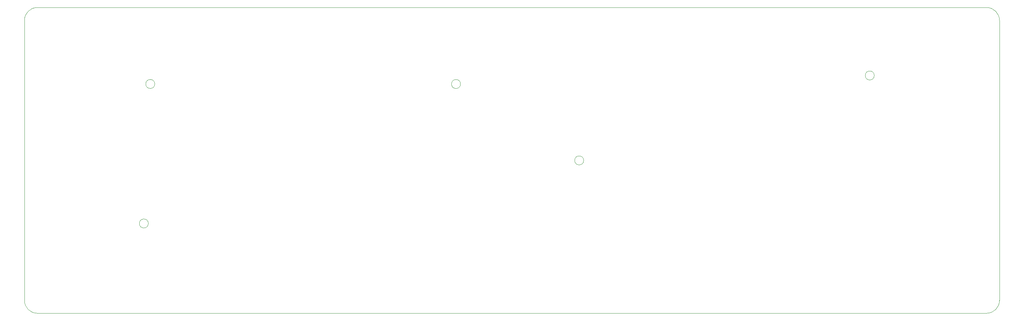
<source format=gbr>
%TF.GenerationSoftware,KiCad,Pcbnew,8.0.3*%
%TF.CreationDate,2024-08-28T23:50:46+02:00*%
%TF.ProjectId,toprevan,746f7072-6576-4616-9e2e-6b696361645f,rev?*%
%TF.SameCoordinates,Original*%
%TF.FileFunction,Profile,NP*%
%FSLAX46Y46*%
G04 Gerber Fmt 4.6, Leading zero omitted, Abs format (unit mm)*
G04 Created by KiCad (PCBNEW 8.0.3) date 2024-08-28 23:50:46*
%MOMM*%
%LPD*%
G01*
G04 APERTURE LIST*
%TA.AperFunction,Profile*%
%ADD10C,0.100000*%
%TD*%
%TA.AperFunction,Profile*%
%ADD11C,0.050000*%
%TD*%
G04 APERTURE END LIST*
D10*
X162327151Y-59537716D02*
G75*
G02*
X160082087Y-59537716I-1122532J0D01*
G01*
X160082087Y-59537716D02*
G75*
G02*
X162327151Y-59537716I1122532J0D01*
G01*
D11*
X23018750Y-94456250D02*
X23018750Y-24606250D01*
D10*
X131645882Y-40493917D02*
G75*
G02*
X129400818Y-40493917I-1122532J0D01*
G01*
X129400818Y-40493917D02*
G75*
G02*
X131645882Y-40493917I1122532J0D01*
G01*
D11*
X265906250Y-94456250D02*
G75*
G02*
X262731250Y-97631250I-3175050J50D01*
G01*
X23018750Y-24606250D02*
G75*
G02*
X26193750Y-21431250I3175000J0D01*
G01*
X262731250Y-21431250D02*
X26193750Y-21431250D01*
D10*
X55477550Y-40481250D02*
G75*
G02*
X53232486Y-40481250I-1122532J0D01*
G01*
X53232486Y-40481250D02*
G75*
G02*
X55477550Y-40481250I1122532J0D01*
G01*
X53877383Y-75254242D02*
G75*
G02*
X51632319Y-75254242I-1122532J0D01*
G01*
X51632319Y-75254242D02*
G75*
G02*
X53877383Y-75254242I1122532J0D01*
G01*
D11*
X262731250Y-21431250D02*
G75*
G02*
X265906250Y-24606250I-50J-3175050D01*
G01*
D10*
X234717332Y-38366935D02*
G75*
G02*
X232472268Y-38366935I-1122532J0D01*
G01*
X232472268Y-38366935D02*
G75*
G02*
X234717332Y-38366935I1122532J0D01*
G01*
D11*
X262731250Y-97631250D02*
X26193750Y-97631250D01*
X265906250Y-24606250D02*
X265906250Y-94456250D01*
X26193750Y-97631250D02*
G75*
G02*
X23018750Y-94456250I0J3175000D01*
G01*
M02*

</source>
